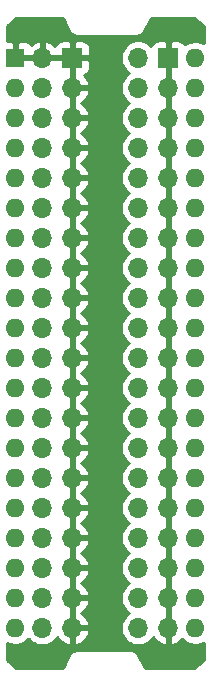
<source format=gbr>
G04 #@! TF.GenerationSoftware,KiCad,Pcbnew,(5.1.5-0-10_14)*
G04 #@! TF.CreationDate,2021-04-13T14:10:52+02:00*
G04 #@! TF.ProjectId,UUT_Cable_Header,5555545f-4361-4626-9c65-5f4865616465,rev?*
G04 #@! TF.SameCoordinates,Original*
G04 #@! TF.FileFunction,Copper,L1,Top*
G04 #@! TF.FilePolarity,Positive*
%FSLAX46Y46*%
G04 Gerber Fmt 4.6, Leading zero omitted, Abs format (unit mm)*
G04 Created by KiCad (PCBNEW (5.1.5-0-10_14)) date 2021-04-13 14:10:52*
%MOMM*%
%LPD*%
G04 APERTURE LIST*
%ADD10O,1.600000X1.600000*%
%ADD11R,1.600000X1.600000*%
%ADD12R,1.700000X1.700000*%
%ADD13O,1.700000X1.700000*%
%ADD14C,0.254000*%
G04 APERTURE END LIST*
D10*
X137287000Y-57912000D03*
X122047000Y-106172000D03*
X137287000Y-60452000D03*
X122047000Y-103632000D03*
X137287000Y-62992000D03*
X122047000Y-101092000D03*
X137287000Y-65532000D03*
X122047000Y-98552000D03*
X137287000Y-68072000D03*
X122047000Y-96012000D03*
X137287000Y-70612000D03*
X122047000Y-93472000D03*
X137287000Y-73152000D03*
X122047000Y-90932000D03*
X137287000Y-75692000D03*
X122047000Y-88392000D03*
X137287000Y-78232000D03*
X122047000Y-85852000D03*
X137287000Y-80772000D03*
X122047000Y-83312000D03*
X137287000Y-83312000D03*
X122047000Y-80772000D03*
X137287000Y-85852000D03*
X122047000Y-78232000D03*
X137287000Y-88392000D03*
X122047000Y-75692000D03*
X137287000Y-90932000D03*
X122047000Y-73152000D03*
X137287000Y-93472000D03*
X122047000Y-70612000D03*
X137287000Y-96012000D03*
X122047000Y-68072000D03*
X137287000Y-98552000D03*
X122047000Y-65532000D03*
X137287000Y-101092000D03*
X122047000Y-62992000D03*
X137287000Y-103632000D03*
X122047000Y-60452000D03*
X137287000Y-106172000D03*
D11*
X122047000Y-57912000D03*
D12*
X126873000Y-57912000D03*
D13*
X124333000Y-57912000D03*
X126873000Y-60452000D03*
X124333000Y-60452000D03*
X126873000Y-62992000D03*
X124333000Y-62992000D03*
X126873000Y-65532000D03*
X124333000Y-65532000D03*
X126873000Y-68072000D03*
X124333000Y-68072000D03*
X126873000Y-70612000D03*
X124333000Y-70612000D03*
X126873000Y-73152000D03*
X124333000Y-73152000D03*
X126873000Y-75692000D03*
X124333000Y-75692000D03*
X126873000Y-78232000D03*
X124333000Y-78232000D03*
X126873000Y-80772000D03*
X124333000Y-80772000D03*
X126873000Y-83312000D03*
X124333000Y-83312000D03*
X126873000Y-85852000D03*
X124333000Y-85852000D03*
X126873000Y-88392000D03*
X124333000Y-88392000D03*
X126873000Y-90932000D03*
X124333000Y-90932000D03*
X126873000Y-93472000D03*
X124333000Y-93472000D03*
X126873000Y-96012000D03*
X124333000Y-96012000D03*
X126873000Y-98552000D03*
X124333000Y-98552000D03*
X126873000Y-101092000D03*
X124333000Y-101092000D03*
X126873000Y-103632000D03*
X124333000Y-103632000D03*
X126873000Y-106172000D03*
X124333000Y-106172000D03*
X132461000Y-106172000D03*
X135001000Y-106172000D03*
X132461000Y-103632000D03*
X135001000Y-103632000D03*
X132461000Y-101092000D03*
X135001000Y-101092000D03*
X132461000Y-98552000D03*
X135001000Y-98552000D03*
X132461000Y-96012000D03*
X135001000Y-96012000D03*
X132461000Y-93472000D03*
X135001000Y-93472000D03*
X132461000Y-90932000D03*
X135001000Y-90932000D03*
X132461000Y-88392000D03*
X135001000Y-88392000D03*
X132461000Y-85852000D03*
X135001000Y-85852000D03*
X132461000Y-83312000D03*
X135001000Y-83312000D03*
X132461000Y-80772000D03*
X135001000Y-80772000D03*
X132461000Y-78232000D03*
X135001000Y-78232000D03*
X132461000Y-75692000D03*
X135001000Y-75692000D03*
X132461000Y-73152000D03*
X135001000Y-73152000D03*
X132461000Y-70612000D03*
X135001000Y-70612000D03*
X132461000Y-68072000D03*
X135001000Y-68072000D03*
X132461000Y-65532000D03*
X135001000Y-65532000D03*
X132461000Y-62992000D03*
X135001000Y-62992000D03*
X132461000Y-60452000D03*
X135001000Y-60452000D03*
X132461000Y-57912000D03*
D12*
X135001000Y-57912000D03*
D14*
G36*
X126638661Y-55617128D02*
G01*
X126641290Y-55625793D01*
X126667685Y-55675174D01*
X126678176Y-55696157D01*
X126682975Y-55703780D01*
X126702575Y-55740450D01*
X126717525Y-55758666D01*
X126730081Y-55778613D01*
X126758674Y-55808807D01*
X126785052Y-55840948D01*
X126803271Y-55855900D01*
X126819475Y-55873011D01*
X126853402Y-55897042D01*
X126885550Y-55923425D01*
X126906336Y-55934535D01*
X126925566Y-55948156D01*
X126963532Y-55965107D01*
X127000207Y-55984710D01*
X127022765Y-55991553D01*
X127044280Y-56001159D01*
X127084815Y-56010376D01*
X127124617Y-56022450D01*
X127148076Y-56024761D01*
X127171053Y-56029985D01*
X127212613Y-56031117D01*
X127221581Y-56032000D01*
X127245048Y-56032000D01*
X127301012Y-56033524D01*
X127309937Y-56032000D01*
X132278063Y-56032000D01*
X132286988Y-56033524D01*
X132342952Y-56032000D01*
X132366419Y-56032000D01*
X132375387Y-56031117D01*
X132416946Y-56029985D01*
X132439922Y-56024761D01*
X132463383Y-56022450D01*
X132503188Y-56010375D01*
X132543719Y-56001159D01*
X132565232Y-55991554D01*
X132587793Y-55984710D01*
X132624473Y-55965104D01*
X132662433Y-55948156D01*
X132681660Y-55934537D01*
X132702450Y-55923425D01*
X132734604Y-55897037D01*
X132768524Y-55873011D01*
X132784724Y-55855904D01*
X132802948Y-55840948D01*
X132829332Y-55808799D01*
X132857918Y-55778613D01*
X132870471Y-55758672D01*
X132885425Y-55740450D01*
X132905031Y-55703770D01*
X132909823Y-55696157D01*
X132920300Y-55675202D01*
X132946710Y-55625793D01*
X132949340Y-55617123D01*
X133503902Y-54508000D01*
X137182486Y-54508000D01*
X138024001Y-55181213D01*
X138024001Y-56678589D01*
X137966727Y-56640320D01*
X137705574Y-56532147D01*
X137428335Y-56477000D01*
X137145665Y-56477000D01*
X136868426Y-56532147D01*
X136607273Y-56640320D01*
X136414481Y-56769139D01*
X136381537Y-56707506D01*
X136302185Y-56610815D01*
X136205494Y-56531463D01*
X136095180Y-56472498D01*
X135975482Y-56436188D01*
X135851000Y-56423928D01*
X135286750Y-56427000D01*
X135128000Y-56585750D01*
X135128000Y-57785000D01*
X135148000Y-57785000D01*
X135148000Y-58039000D01*
X135128000Y-58039000D01*
X135128000Y-60325000D01*
X135148000Y-60325000D01*
X135148000Y-60579000D01*
X135128000Y-60579000D01*
X135128000Y-62865000D01*
X135148000Y-62865000D01*
X135148000Y-63119000D01*
X135128000Y-63119000D01*
X135128000Y-65405000D01*
X135148000Y-65405000D01*
X135148000Y-65659000D01*
X135128000Y-65659000D01*
X135128000Y-67945000D01*
X135148000Y-67945000D01*
X135148000Y-68199000D01*
X135128000Y-68199000D01*
X135128000Y-70485000D01*
X135148000Y-70485000D01*
X135148000Y-70739000D01*
X135128000Y-70739000D01*
X135128000Y-73025000D01*
X135148000Y-73025000D01*
X135148000Y-73279000D01*
X135128000Y-73279000D01*
X135128000Y-75565000D01*
X135148000Y-75565000D01*
X135148000Y-75819000D01*
X135128000Y-75819000D01*
X135128000Y-78105000D01*
X135148000Y-78105000D01*
X135148000Y-78359000D01*
X135128000Y-78359000D01*
X135128000Y-80645000D01*
X135148000Y-80645000D01*
X135148000Y-80899000D01*
X135128000Y-80899000D01*
X135128000Y-83185000D01*
X135148000Y-83185000D01*
X135148000Y-83439000D01*
X135128000Y-83439000D01*
X135128000Y-85725000D01*
X135148000Y-85725000D01*
X135148000Y-85979000D01*
X135128000Y-85979000D01*
X135128000Y-88265000D01*
X135148000Y-88265000D01*
X135148000Y-88519000D01*
X135128000Y-88519000D01*
X135128000Y-90805000D01*
X135148000Y-90805000D01*
X135148000Y-91059000D01*
X135128000Y-91059000D01*
X135128000Y-93345000D01*
X135148000Y-93345000D01*
X135148000Y-93599000D01*
X135128000Y-93599000D01*
X135128000Y-95885000D01*
X135148000Y-95885000D01*
X135148000Y-96139000D01*
X135128000Y-96139000D01*
X135128000Y-98425000D01*
X135148000Y-98425000D01*
X135148000Y-98679000D01*
X135128000Y-98679000D01*
X135128000Y-100965000D01*
X135148000Y-100965000D01*
X135148000Y-101219000D01*
X135128000Y-101219000D01*
X135128000Y-103505000D01*
X135148000Y-103505000D01*
X135148000Y-103759000D01*
X135128000Y-103759000D01*
X135128000Y-106045000D01*
X135148000Y-106045000D01*
X135148000Y-106299000D01*
X135128000Y-106299000D01*
X135128000Y-107492814D01*
X135357891Y-107613481D01*
X135632252Y-107516157D01*
X135882355Y-107367178D01*
X136098588Y-107172269D01*
X136167641Y-107079692D01*
X136172363Y-107086759D01*
X136372241Y-107286637D01*
X136607273Y-107443680D01*
X136868426Y-107551853D01*
X137145665Y-107607000D01*
X137428335Y-107607000D01*
X137705574Y-107551853D01*
X137966727Y-107443680D01*
X138024000Y-107405411D01*
X138024000Y-108902788D01*
X137182486Y-109576000D01*
X132995902Y-109576000D01*
X132441340Y-108466877D01*
X132438710Y-108458207D01*
X132412300Y-108408798D01*
X132401823Y-108387843D01*
X132397031Y-108380230D01*
X132377425Y-108343550D01*
X132362471Y-108325328D01*
X132349918Y-108305387D01*
X132321332Y-108275201D01*
X132294948Y-108243052D01*
X132276724Y-108228096D01*
X132260524Y-108210989D01*
X132226604Y-108186963D01*
X132194450Y-108160575D01*
X132173660Y-108149463D01*
X132154433Y-108135844D01*
X132116473Y-108118896D01*
X132079793Y-108099290D01*
X132057232Y-108092446D01*
X132035719Y-108082841D01*
X131995188Y-108073625D01*
X131955383Y-108061550D01*
X131931922Y-108059239D01*
X131908946Y-108054015D01*
X131867387Y-108052883D01*
X131858419Y-108052000D01*
X131834952Y-108052000D01*
X131778988Y-108050476D01*
X131770063Y-108052000D01*
X127309937Y-108052000D01*
X127301012Y-108050476D01*
X127245048Y-108052000D01*
X127221581Y-108052000D01*
X127212613Y-108052883D01*
X127171053Y-108054015D01*
X127148076Y-108059239D01*
X127124617Y-108061550D01*
X127084815Y-108073624D01*
X127044280Y-108082841D01*
X127022765Y-108092447D01*
X127000207Y-108099290D01*
X126963532Y-108118893D01*
X126925566Y-108135844D01*
X126906336Y-108149465D01*
X126885550Y-108160575D01*
X126853402Y-108186958D01*
X126819475Y-108210989D01*
X126803271Y-108228100D01*
X126785052Y-108243052D01*
X126758674Y-108275193D01*
X126730081Y-108305387D01*
X126717525Y-108325334D01*
X126702575Y-108343550D01*
X126682975Y-108380220D01*
X126678176Y-108387843D01*
X126667685Y-108408826D01*
X126641290Y-108458207D01*
X126638661Y-108466872D01*
X126084098Y-109576000D01*
X122151516Y-109576000D01*
X121310000Y-108902788D01*
X121310000Y-107405411D01*
X121367273Y-107443680D01*
X121628426Y-107551853D01*
X121905665Y-107607000D01*
X122188335Y-107607000D01*
X122465574Y-107551853D01*
X122726727Y-107443680D01*
X122961759Y-107286637D01*
X123159594Y-107088802D01*
X123179525Y-107118632D01*
X123386368Y-107325475D01*
X123629589Y-107487990D01*
X123899842Y-107599932D01*
X124186740Y-107657000D01*
X124479260Y-107657000D01*
X124766158Y-107599932D01*
X125036411Y-107487990D01*
X125279632Y-107325475D01*
X125486475Y-107118632D01*
X125604100Y-106942594D01*
X125775412Y-107172269D01*
X125991645Y-107367178D01*
X126241748Y-107516157D01*
X126516109Y-107613481D01*
X126746000Y-107492814D01*
X126746000Y-106299000D01*
X127000000Y-106299000D01*
X127000000Y-107492814D01*
X127229891Y-107613481D01*
X127504252Y-107516157D01*
X127754355Y-107367178D01*
X127970588Y-107172269D01*
X128144641Y-106938920D01*
X128269825Y-106676099D01*
X128314476Y-106528890D01*
X128193155Y-106299000D01*
X127000000Y-106299000D01*
X126746000Y-106299000D01*
X126726000Y-106299000D01*
X126726000Y-106045000D01*
X126746000Y-106045000D01*
X126746000Y-103759000D01*
X127000000Y-103759000D01*
X127000000Y-106045000D01*
X128193155Y-106045000D01*
X128314476Y-105815110D01*
X128269825Y-105667901D01*
X128144641Y-105405080D01*
X127970588Y-105171731D01*
X127754355Y-104976822D01*
X127628745Y-104902000D01*
X127754355Y-104827178D01*
X127970588Y-104632269D01*
X128144641Y-104398920D01*
X128269825Y-104136099D01*
X128314476Y-103988890D01*
X128193155Y-103759000D01*
X127000000Y-103759000D01*
X126746000Y-103759000D01*
X126726000Y-103759000D01*
X126726000Y-103505000D01*
X126746000Y-103505000D01*
X126746000Y-101219000D01*
X127000000Y-101219000D01*
X127000000Y-103505000D01*
X128193155Y-103505000D01*
X128314476Y-103275110D01*
X128269825Y-103127901D01*
X128144641Y-102865080D01*
X127970588Y-102631731D01*
X127754355Y-102436822D01*
X127628745Y-102362000D01*
X127754355Y-102287178D01*
X127970588Y-102092269D01*
X128144641Y-101858920D01*
X128269825Y-101596099D01*
X128314476Y-101448890D01*
X128193155Y-101219000D01*
X127000000Y-101219000D01*
X126746000Y-101219000D01*
X126726000Y-101219000D01*
X126726000Y-100965000D01*
X126746000Y-100965000D01*
X126746000Y-98679000D01*
X127000000Y-98679000D01*
X127000000Y-100965000D01*
X128193155Y-100965000D01*
X128314476Y-100735110D01*
X128269825Y-100587901D01*
X128144641Y-100325080D01*
X127970588Y-100091731D01*
X127754355Y-99896822D01*
X127628745Y-99822000D01*
X127754355Y-99747178D01*
X127970588Y-99552269D01*
X128144641Y-99318920D01*
X128269825Y-99056099D01*
X128314476Y-98908890D01*
X128193155Y-98679000D01*
X127000000Y-98679000D01*
X126746000Y-98679000D01*
X126726000Y-98679000D01*
X126726000Y-98425000D01*
X126746000Y-98425000D01*
X126746000Y-96139000D01*
X127000000Y-96139000D01*
X127000000Y-98425000D01*
X128193155Y-98425000D01*
X128314476Y-98195110D01*
X128269825Y-98047901D01*
X128144641Y-97785080D01*
X127970588Y-97551731D01*
X127754355Y-97356822D01*
X127628745Y-97282000D01*
X127754355Y-97207178D01*
X127970588Y-97012269D01*
X128144641Y-96778920D01*
X128269825Y-96516099D01*
X128314476Y-96368890D01*
X128193155Y-96139000D01*
X127000000Y-96139000D01*
X126746000Y-96139000D01*
X126726000Y-96139000D01*
X126726000Y-95885000D01*
X126746000Y-95885000D01*
X126746000Y-93599000D01*
X127000000Y-93599000D01*
X127000000Y-95885000D01*
X128193155Y-95885000D01*
X128314476Y-95655110D01*
X128269825Y-95507901D01*
X128144641Y-95245080D01*
X127970588Y-95011731D01*
X127754355Y-94816822D01*
X127628745Y-94742000D01*
X127754355Y-94667178D01*
X127970588Y-94472269D01*
X128144641Y-94238920D01*
X128269825Y-93976099D01*
X128314476Y-93828890D01*
X128193155Y-93599000D01*
X127000000Y-93599000D01*
X126746000Y-93599000D01*
X126726000Y-93599000D01*
X126726000Y-93345000D01*
X126746000Y-93345000D01*
X126746000Y-91059000D01*
X127000000Y-91059000D01*
X127000000Y-93345000D01*
X128193155Y-93345000D01*
X128314476Y-93115110D01*
X128269825Y-92967901D01*
X128144641Y-92705080D01*
X127970588Y-92471731D01*
X127754355Y-92276822D01*
X127628745Y-92202000D01*
X127754355Y-92127178D01*
X127970588Y-91932269D01*
X128144641Y-91698920D01*
X128269825Y-91436099D01*
X128314476Y-91288890D01*
X128193155Y-91059000D01*
X127000000Y-91059000D01*
X126746000Y-91059000D01*
X126726000Y-91059000D01*
X126726000Y-90805000D01*
X126746000Y-90805000D01*
X126746000Y-88519000D01*
X127000000Y-88519000D01*
X127000000Y-90805000D01*
X128193155Y-90805000D01*
X128314476Y-90575110D01*
X128269825Y-90427901D01*
X128144641Y-90165080D01*
X127970588Y-89931731D01*
X127754355Y-89736822D01*
X127628745Y-89662000D01*
X127754355Y-89587178D01*
X127970588Y-89392269D01*
X128144641Y-89158920D01*
X128269825Y-88896099D01*
X128314476Y-88748890D01*
X128193155Y-88519000D01*
X127000000Y-88519000D01*
X126746000Y-88519000D01*
X126726000Y-88519000D01*
X126726000Y-88265000D01*
X126746000Y-88265000D01*
X126746000Y-85979000D01*
X127000000Y-85979000D01*
X127000000Y-88265000D01*
X128193155Y-88265000D01*
X128314476Y-88035110D01*
X128269825Y-87887901D01*
X128144641Y-87625080D01*
X127970588Y-87391731D01*
X127754355Y-87196822D01*
X127628745Y-87122000D01*
X127754355Y-87047178D01*
X127970588Y-86852269D01*
X128144641Y-86618920D01*
X128269825Y-86356099D01*
X128314476Y-86208890D01*
X128193155Y-85979000D01*
X127000000Y-85979000D01*
X126746000Y-85979000D01*
X126726000Y-85979000D01*
X126726000Y-85725000D01*
X126746000Y-85725000D01*
X126746000Y-83439000D01*
X127000000Y-83439000D01*
X127000000Y-85725000D01*
X128193155Y-85725000D01*
X128314476Y-85495110D01*
X128269825Y-85347901D01*
X128144641Y-85085080D01*
X127970588Y-84851731D01*
X127754355Y-84656822D01*
X127628745Y-84582000D01*
X127754355Y-84507178D01*
X127970588Y-84312269D01*
X128144641Y-84078920D01*
X128269825Y-83816099D01*
X128314476Y-83668890D01*
X128193155Y-83439000D01*
X127000000Y-83439000D01*
X126746000Y-83439000D01*
X126726000Y-83439000D01*
X126726000Y-83185000D01*
X126746000Y-83185000D01*
X126746000Y-80899000D01*
X127000000Y-80899000D01*
X127000000Y-83185000D01*
X128193155Y-83185000D01*
X128314476Y-82955110D01*
X128269825Y-82807901D01*
X128144641Y-82545080D01*
X127970588Y-82311731D01*
X127754355Y-82116822D01*
X127628745Y-82042000D01*
X127754355Y-81967178D01*
X127970588Y-81772269D01*
X128144641Y-81538920D01*
X128269825Y-81276099D01*
X128314476Y-81128890D01*
X128193155Y-80899000D01*
X127000000Y-80899000D01*
X126746000Y-80899000D01*
X126726000Y-80899000D01*
X126726000Y-80645000D01*
X126746000Y-80645000D01*
X126746000Y-78359000D01*
X127000000Y-78359000D01*
X127000000Y-80645000D01*
X128193155Y-80645000D01*
X128314476Y-80415110D01*
X128269825Y-80267901D01*
X128144641Y-80005080D01*
X127970588Y-79771731D01*
X127754355Y-79576822D01*
X127628745Y-79502000D01*
X127754355Y-79427178D01*
X127970588Y-79232269D01*
X128144641Y-78998920D01*
X128269825Y-78736099D01*
X128314476Y-78588890D01*
X128193155Y-78359000D01*
X127000000Y-78359000D01*
X126746000Y-78359000D01*
X126726000Y-78359000D01*
X126726000Y-78105000D01*
X126746000Y-78105000D01*
X126746000Y-75819000D01*
X127000000Y-75819000D01*
X127000000Y-78105000D01*
X128193155Y-78105000D01*
X128314476Y-77875110D01*
X128269825Y-77727901D01*
X128144641Y-77465080D01*
X127970588Y-77231731D01*
X127754355Y-77036822D01*
X127628745Y-76962000D01*
X127754355Y-76887178D01*
X127970588Y-76692269D01*
X128144641Y-76458920D01*
X128269825Y-76196099D01*
X128314476Y-76048890D01*
X128193155Y-75819000D01*
X127000000Y-75819000D01*
X126746000Y-75819000D01*
X126726000Y-75819000D01*
X126726000Y-75565000D01*
X126746000Y-75565000D01*
X126746000Y-73279000D01*
X127000000Y-73279000D01*
X127000000Y-75565000D01*
X128193155Y-75565000D01*
X128314476Y-75335110D01*
X128269825Y-75187901D01*
X128144641Y-74925080D01*
X127970588Y-74691731D01*
X127754355Y-74496822D01*
X127628745Y-74422000D01*
X127754355Y-74347178D01*
X127970588Y-74152269D01*
X128144641Y-73918920D01*
X128269825Y-73656099D01*
X128314476Y-73508890D01*
X128193155Y-73279000D01*
X127000000Y-73279000D01*
X126746000Y-73279000D01*
X126726000Y-73279000D01*
X126726000Y-73025000D01*
X126746000Y-73025000D01*
X126746000Y-70739000D01*
X127000000Y-70739000D01*
X127000000Y-73025000D01*
X128193155Y-73025000D01*
X128314476Y-72795110D01*
X128269825Y-72647901D01*
X128144641Y-72385080D01*
X127970588Y-72151731D01*
X127754355Y-71956822D01*
X127628745Y-71882000D01*
X127754355Y-71807178D01*
X127970588Y-71612269D01*
X128144641Y-71378920D01*
X128269825Y-71116099D01*
X128314476Y-70968890D01*
X128193155Y-70739000D01*
X127000000Y-70739000D01*
X126746000Y-70739000D01*
X126726000Y-70739000D01*
X126726000Y-70485000D01*
X126746000Y-70485000D01*
X126746000Y-68199000D01*
X127000000Y-68199000D01*
X127000000Y-70485000D01*
X128193155Y-70485000D01*
X128314476Y-70255110D01*
X128269825Y-70107901D01*
X128144641Y-69845080D01*
X127970588Y-69611731D01*
X127754355Y-69416822D01*
X127628745Y-69342000D01*
X127754355Y-69267178D01*
X127970588Y-69072269D01*
X128144641Y-68838920D01*
X128269825Y-68576099D01*
X128314476Y-68428890D01*
X128193155Y-68199000D01*
X127000000Y-68199000D01*
X126746000Y-68199000D01*
X126726000Y-68199000D01*
X126726000Y-67945000D01*
X126746000Y-67945000D01*
X126746000Y-65659000D01*
X127000000Y-65659000D01*
X127000000Y-67945000D01*
X128193155Y-67945000D01*
X128314476Y-67715110D01*
X128269825Y-67567901D01*
X128144641Y-67305080D01*
X127970588Y-67071731D01*
X127754355Y-66876822D01*
X127628745Y-66802000D01*
X127754355Y-66727178D01*
X127970588Y-66532269D01*
X128144641Y-66298920D01*
X128269825Y-66036099D01*
X128314476Y-65888890D01*
X128193155Y-65659000D01*
X127000000Y-65659000D01*
X126746000Y-65659000D01*
X126726000Y-65659000D01*
X126726000Y-65405000D01*
X126746000Y-65405000D01*
X126746000Y-63119000D01*
X127000000Y-63119000D01*
X127000000Y-65405000D01*
X128193155Y-65405000D01*
X128314476Y-65175110D01*
X128269825Y-65027901D01*
X128144641Y-64765080D01*
X127970588Y-64531731D01*
X127754355Y-64336822D01*
X127628745Y-64262000D01*
X127754355Y-64187178D01*
X127970588Y-63992269D01*
X128144641Y-63758920D01*
X128269825Y-63496099D01*
X128314476Y-63348890D01*
X128193155Y-63119000D01*
X127000000Y-63119000D01*
X126746000Y-63119000D01*
X126726000Y-63119000D01*
X126726000Y-62865000D01*
X126746000Y-62865000D01*
X126746000Y-60579000D01*
X127000000Y-60579000D01*
X127000000Y-62865000D01*
X128193155Y-62865000D01*
X128314476Y-62635110D01*
X128269825Y-62487901D01*
X128144641Y-62225080D01*
X127970588Y-61991731D01*
X127754355Y-61796822D01*
X127628745Y-61722000D01*
X127754355Y-61647178D01*
X127970588Y-61452269D01*
X128144641Y-61218920D01*
X128269825Y-60956099D01*
X128314476Y-60808890D01*
X128193155Y-60579000D01*
X127000000Y-60579000D01*
X126746000Y-60579000D01*
X126726000Y-60579000D01*
X126726000Y-60325000D01*
X126746000Y-60325000D01*
X126746000Y-58039000D01*
X127000000Y-58039000D01*
X127000000Y-60325000D01*
X128193155Y-60325000D01*
X128314476Y-60095110D01*
X128269825Y-59947901D01*
X128144641Y-59685080D01*
X127970588Y-59451731D01*
X127886534Y-59375966D01*
X127967180Y-59351502D01*
X128077494Y-59292537D01*
X128174185Y-59213185D01*
X128253537Y-59116494D01*
X128312502Y-59006180D01*
X128348812Y-58886482D01*
X128361072Y-58762000D01*
X128358000Y-58197750D01*
X128199250Y-58039000D01*
X127000000Y-58039000D01*
X126746000Y-58039000D01*
X124460000Y-58039000D01*
X124460000Y-58059000D01*
X124206000Y-58059000D01*
X124206000Y-58039000D01*
X122174000Y-58039000D01*
X122174000Y-58059000D01*
X121920000Y-58059000D01*
X121920000Y-58039000D01*
X121900000Y-58039000D01*
X121900000Y-57785000D01*
X121920000Y-57785000D01*
X121920000Y-56635750D01*
X122174000Y-56635750D01*
X122174000Y-57785000D01*
X124206000Y-57785000D01*
X124206000Y-56591186D01*
X124460000Y-56591186D01*
X124460000Y-57785000D01*
X126746000Y-57785000D01*
X126746000Y-56585750D01*
X127000000Y-56585750D01*
X127000000Y-57785000D01*
X128199250Y-57785000D01*
X128218510Y-57765740D01*
X130976000Y-57765740D01*
X130976000Y-58058260D01*
X131033068Y-58345158D01*
X131145010Y-58615411D01*
X131307525Y-58858632D01*
X131514368Y-59065475D01*
X131688760Y-59182000D01*
X131514368Y-59298525D01*
X131307525Y-59505368D01*
X131145010Y-59748589D01*
X131033068Y-60018842D01*
X130976000Y-60305740D01*
X130976000Y-60598260D01*
X131033068Y-60885158D01*
X131145010Y-61155411D01*
X131307525Y-61398632D01*
X131514368Y-61605475D01*
X131688760Y-61722000D01*
X131514368Y-61838525D01*
X131307525Y-62045368D01*
X131145010Y-62288589D01*
X131033068Y-62558842D01*
X130976000Y-62845740D01*
X130976000Y-63138260D01*
X131033068Y-63425158D01*
X131145010Y-63695411D01*
X131307525Y-63938632D01*
X131514368Y-64145475D01*
X131688760Y-64262000D01*
X131514368Y-64378525D01*
X131307525Y-64585368D01*
X131145010Y-64828589D01*
X131033068Y-65098842D01*
X130976000Y-65385740D01*
X130976000Y-65678260D01*
X131033068Y-65965158D01*
X131145010Y-66235411D01*
X131307525Y-66478632D01*
X131514368Y-66685475D01*
X131688760Y-66802000D01*
X131514368Y-66918525D01*
X131307525Y-67125368D01*
X131145010Y-67368589D01*
X131033068Y-67638842D01*
X130976000Y-67925740D01*
X130976000Y-68218260D01*
X131033068Y-68505158D01*
X131145010Y-68775411D01*
X131307525Y-69018632D01*
X131514368Y-69225475D01*
X131688760Y-69342000D01*
X131514368Y-69458525D01*
X131307525Y-69665368D01*
X131145010Y-69908589D01*
X131033068Y-70178842D01*
X130976000Y-70465740D01*
X130976000Y-70758260D01*
X131033068Y-71045158D01*
X131145010Y-71315411D01*
X131307525Y-71558632D01*
X131514368Y-71765475D01*
X131688760Y-71882000D01*
X131514368Y-71998525D01*
X131307525Y-72205368D01*
X131145010Y-72448589D01*
X131033068Y-72718842D01*
X130976000Y-73005740D01*
X130976000Y-73298260D01*
X131033068Y-73585158D01*
X131145010Y-73855411D01*
X131307525Y-74098632D01*
X131514368Y-74305475D01*
X131688760Y-74422000D01*
X131514368Y-74538525D01*
X131307525Y-74745368D01*
X131145010Y-74988589D01*
X131033068Y-75258842D01*
X130976000Y-75545740D01*
X130976000Y-75838260D01*
X131033068Y-76125158D01*
X131145010Y-76395411D01*
X131307525Y-76638632D01*
X131514368Y-76845475D01*
X131688760Y-76962000D01*
X131514368Y-77078525D01*
X131307525Y-77285368D01*
X131145010Y-77528589D01*
X131033068Y-77798842D01*
X130976000Y-78085740D01*
X130976000Y-78378260D01*
X131033068Y-78665158D01*
X131145010Y-78935411D01*
X131307525Y-79178632D01*
X131514368Y-79385475D01*
X131688760Y-79502000D01*
X131514368Y-79618525D01*
X131307525Y-79825368D01*
X131145010Y-80068589D01*
X131033068Y-80338842D01*
X130976000Y-80625740D01*
X130976000Y-80918260D01*
X131033068Y-81205158D01*
X131145010Y-81475411D01*
X131307525Y-81718632D01*
X131514368Y-81925475D01*
X131688760Y-82042000D01*
X131514368Y-82158525D01*
X131307525Y-82365368D01*
X131145010Y-82608589D01*
X131033068Y-82878842D01*
X130976000Y-83165740D01*
X130976000Y-83458260D01*
X131033068Y-83745158D01*
X131145010Y-84015411D01*
X131307525Y-84258632D01*
X131514368Y-84465475D01*
X131688760Y-84582000D01*
X131514368Y-84698525D01*
X131307525Y-84905368D01*
X131145010Y-85148589D01*
X131033068Y-85418842D01*
X130976000Y-85705740D01*
X130976000Y-85998260D01*
X131033068Y-86285158D01*
X131145010Y-86555411D01*
X131307525Y-86798632D01*
X131514368Y-87005475D01*
X131688760Y-87122000D01*
X131514368Y-87238525D01*
X131307525Y-87445368D01*
X131145010Y-87688589D01*
X131033068Y-87958842D01*
X130976000Y-88245740D01*
X130976000Y-88538260D01*
X131033068Y-88825158D01*
X131145010Y-89095411D01*
X131307525Y-89338632D01*
X131514368Y-89545475D01*
X131688760Y-89662000D01*
X131514368Y-89778525D01*
X131307525Y-89985368D01*
X131145010Y-90228589D01*
X131033068Y-90498842D01*
X130976000Y-90785740D01*
X130976000Y-91078260D01*
X131033068Y-91365158D01*
X131145010Y-91635411D01*
X131307525Y-91878632D01*
X131514368Y-92085475D01*
X131688760Y-92202000D01*
X131514368Y-92318525D01*
X131307525Y-92525368D01*
X131145010Y-92768589D01*
X131033068Y-93038842D01*
X130976000Y-93325740D01*
X130976000Y-93618260D01*
X131033068Y-93905158D01*
X131145010Y-94175411D01*
X131307525Y-94418632D01*
X131514368Y-94625475D01*
X131688760Y-94742000D01*
X131514368Y-94858525D01*
X131307525Y-95065368D01*
X131145010Y-95308589D01*
X131033068Y-95578842D01*
X130976000Y-95865740D01*
X130976000Y-96158260D01*
X131033068Y-96445158D01*
X131145010Y-96715411D01*
X131307525Y-96958632D01*
X131514368Y-97165475D01*
X131688760Y-97282000D01*
X131514368Y-97398525D01*
X131307525Y-97605368D01*
X131145010Y-97848589D01*
X131033068Y-98118842D01*
X130976000Y-98405740D01*
X130976000Y-98698260D01*
X131033068Y-98985158D01*
X131145010Y-99255411D01*
X131307525Y-99498632D01*
X131514368Y-99705475D01*
X131688760Y-99822000D01*
X131514368Y-99938525D01*
X131307525Y-100145368D01*
X131145010Y-100388589D01*
X131033068Y-100658842D01*
X130976000Y-100945740D01*
X130976000Y-101238260D01*
X131033068Y-101525158D01*
X131145010Y-101795411D01*
X131307525Y-102038632D01*
X131514368Y-102245475D01*
X131688760Y-102362000D01*
X131514368Y-102478525D01*
X131307525Y-102685368D01*
X131145010Y-102928589D01*
X131033068Y-103198842D01*
X130976000Y-103485740D01*
X130976000Y-103778260D01*
X131033068Y-104065158D01*
X131145010Y-104335411D01*
X131307525Y-104578632D01*
X131514368Y-104785475D01*
X131688760Y-104902000D01*
X131514368Y-105018525D01*
X131307525Y-105225368D01*
X131145010Y-105468589D01*
X131033068Y-105738842D01*
X130976000Y-106025740D01*
X130976000Y-106318260D01*
X131033068Y-106605158D01*
X131145010Y-106875411D01*
X131307525Y-107118632D01*
X131514368Y-107325475D01*
X131757589Y-107487990D01*
X132027842Y-107599932D01*
X132314740Y-107657000D01*
X132607260Y-107657000D01*
X132894158Y-107599932D01*
X133164411Y-107487990D01*
X133407632Y-107325475D01*
X133614475Y-107118632D01*
X133732100Y-106942594D01*
X133903412Y-107172269D01*
X134119645Y-107367178D01*
X134369748Y-107516157D01*
X134644109Y-107613481D01*
X134874000Y-107492814D01*
X134874000Y-106299000D01*
X134854000Y-106299000D01*
X134854000Y-106045000D01*
X134874000Y-106045000D01*
X134874000Y-103759000D01*
X134854000Y-103759000D01*
X134854000Y-103505000D01*
X134874000Y-103505000D01*
X134874000Y-101219000D01*
X134854000Y-101219000D01*
X134854000Y-100965000D01*
X134874000Y-100965000D01*
X134874000Y-98679000D01*
X134854000Y-98679000D01*
X134854000Y-98425000D01*
X134874000Y-98425000D01*
X134874000Y-96139000D01*
X134854000Y-96139000D01*
X134854000Y-95885000D01*
X134874000Y-95885000D01*
X134874000Y-93599000D01*
X134854000Y-93599000D01*
X134854000Y-93345000D01*
X134874000Y-93345000D01*
X134874000Y-91059000D01*
X134854000Y-91059000D01*
X134854000Y-90805000D01*
X134874000Y-90805000D01*
X134874000Y-88519000D01*
X134854000Y-88519000D01*
X134854000Y-88265000D01*
X134874000Y-88265000D01*
X134874000Y-85979000D01*
X134854000Y-85979000D01*
X134854000Y-85725000D01*
X134874000Y-85725000D01*
X134874000Y-83439000D01*
X134854000Y-83439000D01*
X134854000Y-83185000D01*
X134874000Y-83185000D01*
X134874000Y-80899000D01*
X134854000Y-80899000D01*
X134854000Y-80645000D01*
X134874000Y-80645000D01*
X134874000Y-78359000D01*
X134854000Y-78359000D01*
X134854000Y-78105000D01*
X134874000Y-78105000D01*
X134874000Y-75819000D01*
X134854000Y-75819000D01*
X134854000Y-75565000D01*
X134874000Y-75565000D01*
X134874000Y-73279000D01*
X134854000Y-73279000D01*
X134854000Y-73025000D01*
X134874000Y-73025000D01*
X134874000Y-70739000D01*
X134854000Y-70739000D01*
X134854000Y-70485000D01*
X134874000Y-70485000D01*
X134874000Y-68199000D01*
X134854000Y-68199000D01*
X134854000Y-67945000D01*
X134874000Y-67945000D01*
X134874000Y-65659000D01*
X134854000Y-65659000D01*
X134854000Y-65405000D01*
X134874000Y-65405000D01*
X134874000Y-63119000D01*
X134854000Y-63119000D01*
X134854000Y-62865000D01*
X134874000Y-62865000D01*
X134874000Y-60579000D01*
X134854000Y-60579000D01*
X134854000Y-60325000D01*
X134874000Y-60325000D01*
X134874000Y-58039000D01*
X134854000Y-58039000D01*
X134854000Y-57785000D01*
X134874000Y-57785000D01*
X134874000Y-56585750D01*
X134715250Y-56427000D01*
X134151000Y-56423928D01*
X134026518Y-56436188D01*
X133906820Y-56472498D01*
X133796506Y-56531463D01*
X133699815Y-56610815D01*
X133620463Y-56707506D01*
X133561498Y-56817820D01*
X133539487Y-56890380D01*
X133407632Y-56758525D01*
X133164411Y-56596010D01*
X132894158Y-56484068D01*
X132607260Y-56427000D01*
X132314740Y-56427000D01*
X132027842Y-56484068D01*
X131757589Y-56596010D01*
X131514368Y-56758525D01*
X131307525Y-56965368D01*
X131145010Y-57208589D01*
X131033068Y-57478842D01*
X130976000Y-57765740D01*
X128218510Y-57765740D01*
X128358000Y-57626250D01*
X128361072Y-57062000D01*
X128348812Y-56937518D01*
X128312502Y-56817820D01*
X128253537Y-56707506D01*
X128174185Y-56610815D01*
X128077494Y-56531463D01*
X127967180Y-56472498D01*
X127847482Y-56436188D01*
X127723000Y-56423928D01*
X127158750Y-56427000D01*
X127000000Y-56585750D01*
X126746000Y-56585750D01*
X126587250Y-56427000D01*
X126023000Y-56423928D01*
X125898518Y-56436188D01*
X125778820Y-56472498D01*
X125668506Y-56531463D01*
X125571815Y-56610815D01*
X125492463Y-56707506D01*
X125433498Y-56817820D01*
X125410502Y-56893626D01*
X125214355Y-56716822D01*
X124964252Y-56567843D01*
X124689891Y-56470519D01*
X124460000Y-56591186D01*
X124206000Y-56591186D01*
X123976109Y-56470519D01*
X123701748Y-56567843D01*
X123451645Y-56716822D01*
X123386958Y-56775130D01*
X123377537Y-56757506D01*
X123298185Y-56660815D01*
X123201494Y-56581463D01*
X123091180Y-56522498D01*
X122971482Y-56486188D01*
X122847000Y-56473928D01*
X122332750Y-56477000D01*
X122174000Y-56635750D01*
X121920000Y-56635750D01*
X121761250Y-56477000D01*
X121310000Y-56474304D01*
X121310000Y-55181212D01*
X122151516Y-54508000D01*
X126084098Y-54508000D01*
X126638661Y-55617128D01*
G37*
X126638661Y-55617128D02*
X126641290Y-55625793D01*
X126667685Y-55675174D01*
X126678176Y-55696157D01*
X126682975Y-55703780D01*
X126702575Y-55740450D01*
X126717525Y-55758666D01*
X126730081Y-55778613D01*
X126758674Y-55808807D01*
X126785052Y-55840948D01*
X126803271Y-55855900D01*
X126819475Y-55873011D01*
X126853402Y-55897042D01*
X126885550Y-55923425D01*
X126906336Y-55934535D01*
X126925566Y-55948156D01*
X126963532Y-55965107D01*
X127000207Y-55984710D01*
X127022765Y-55991553D01*
X127044280Y-56001159D01*
X127084815Y-56010376D01*
X127124617Y-56022450D01*
X127148076Y-56024761D01*
X127171053Y-56029985D01*
X127212613Y-56031117D01*
X127221581Y-56032000D01*
X127245048Y-56032000D01*
X127301012Y-56033524D01*
X127309937Y-56032000D01*
X132278063Y-56032000D01*
X132286988Y-56033524D01*
X132342952Y-56032000D01*
X132366419Y-56032000D01*
X132375387Y-56031117D01*
X132416946Y-56029985D01*
X132439922Y-56024761D01*
X132463383Y-56022450D01*
X132503188Y-56010375D01*
X132543719Y-56001159D01*
X132565232Y-55991554D01*
X132587793Y-55984710D01*
X132624473Y-55965104D01*
X132662433Y-55948156D01*
X132681660Y-55934537D01*
X132702450Y-55923425D01*
X132734604Y-55897037D01*
X132768524Y-55873011D01*
X132784724Y-55855904D01*
X132802948Y-55840948D01*
X132829332Y-55808799D01*
X132857918Y-55778613D01*
X132870471Y-55758672D01*
X132885425Y-55740450D01*
X132905031Y-55703770D01*
X132909823Y-55696157D01*
X132920300Y-55675202D01*
X132946710Y-55625793D01*
X132949340Y-55617123D01*
X133503902Y-54508000D01*
X137182486Y-54508000D01*
X138024001Y-55181213D01*
X138024001Y-56678589D01*
X137966727Y-56640320D01*
X137705574Y-56532147D01*
X137428335Y-56477000D01*
X137145665Y-56477000D01*
X136868426Y-56532147D01*
X136607273Y-56640320D01*
X136414481Y-56769139D01*
X136381537Y-56707506D01*
X136302185Y-56610815D01*
X136205494Y-56531463D01*
X136095180Y-56472498D01*
X135975482Y-56436188D01*
X135851000Y-56423928D01*
X135286750Y-56427000D01*
X135128000Y-56585750D01*
X135128000Y-57785000D01*
X135148000Y-57785000D01*
X135148000Y-58039000D01*
X135128000Y-58039000D01*
X135128000Y-60325000D01*
X135148000Y-60325000D01*
X135148000Y-60579000D01*
X135128000Y-60579000D01*
X135128000Y-62865000D01*
X135148000Y-62865000D01*
X135148000Y-63119000D01*
X135128000Y-63119000D01*
X135128000Y-65405000D01*
X135148000Y-65405000D01*
X135148000Y-65659000D01*
X135128000Y-65659000D01*
X135128000Y-67945000D01*
X135148000Y-67945000D01*
X135148000Y-68199000D01*
X135128000Y-68199000D01*
X135128000Y-70485000D01*
X135148000Y-70485000D01*
X135148000Y-70739000D01*
X135128000Y-70739000D01*
X135128000Y-73025000D01*
X135148000Y-73025000D01*
X135148000Y-73279000D01*
X135128000Y-73279000D01*
X135128000Y-75565000D01*
X135148000Y-75565000D01*
X135148000Y-75819000D01*
X135128000Y-75819000D01*
X135128000Y-78105000D01*
X135148000Y-78105000D01*
X135148000Y-78359000D01*
X135128000Y-78359000D01*
X135128000Y-80645000D01*
X135148000Y-80645000D01*
X135148000Y-80899000D01*
X135128000Y-80899000D01*
X135128000Y-83185000D01*
X135148000Y-83185000D01*
X135148000Y-83439000D01*
X135128000Y-83439000D01*
X135128000Y-85725000D01*
X135148000Y-85725000D01*
X135148000Y-85979000D01*
X135128000Y-85979000D01*
X135128000Y-88265000D01*
X135148000Y-88265000D01*
X135148000Y-88519000D01*
X135128000Y-88519000D01*
X135128000Y-90805000D01*
X135148000Y-90805000D01*
X135148000Y-91059000D01*
X135128000Y-91059000D01*
X135128000Y-93345000D01*
X135148000Y-93345000D01*
X135148000Y-93599000D01*
X135128000Y-93599000D01*
X135128000Y-95885000D01*
X135148000Y-95885000D01*
X135148000Y-96139000D01*
X135128000Y-96139000D01*
X135128000Y-98425000D01*
X135148000Y-98425000D01*
X135148000Y-98679000D01*
X135128000Y-98679000D01*
X135128000Y-100965000D01*
X135148000Y-100965000D01*
X135148000Y-101219000D01*
X135128000Y-101219000D01*
X135128000Y-103505000D01*
X135148000Y-103505000D01*
X135148000Y-103759000D01*
X135128000Y-103759000D01*
X135128000Y-106045000D01*
X135148000Y-106045000D01*
X135148000Y-106299000D01*
X135128000Y-106299000D01*
X135128000Y-107492814D01*
X135357891Y-107613481D01*
X135632252Y-107516157D01*
X135882355Y-107367178D01*
X136098588Y-107172269D01*
X136167641Y-107079692D01*
X136172363Y-107086759D01*
X136372241Y-107286637D01*
X136607273Y-107443680D01*
X136868426Y-107551853D01*
X137145665Y-107607000D01*
X137428335Y-107607000D01*
X137705574Y-107551853D01*
X137966727Y-107443680D01*
X138024000Y-107405411D01*
X138024000Y-108902788D01*
X137182486Y-109576000D01*
X132995902Y-109576000D01*
X132441340Y-108466877D01*
X132438710Y-108458207D01*
X132412300Y-108408798D01*
X132401823Y-108387843D01*
X132397031Y-108380230D01*
X132377425Y-108343550D01*
X132362471Y-108325328D01*
X132349918Y-108305387D01*
X132321332Y-108275201D01*
X132294948Y-108243052D01*
X132276724Y-108228096D01*
X132260524Y-108210989D01*
X132226604Y-108186963D01*
X132194450Y-108160575D01*
X132173660Y-108149463D01*
X132154433Y-108135844D01*
X132116473Y-108118896D01*
X132079793Y-108099290D01*
X132057232Y-108092446D01*
X132035719Y-108082841D01*
X131995188Y-108073625D01*
X131955383Y-108061550D01*
X131931922Y-108059239D01*
X131908946Y-108054015D01*
X131867387Y-108052883D01*
X131858419Y-108052000D01*
X131834952Y-108052000D01*
X131778988Y-108050476D01*
X131770063Y-108052000D01*
X127309937Y-108052000D01*
X127301012Y-108050476D01*
X127245048Y-108052000D01*
X127221581Y-108052000D01*
X127212613Y-108052883D01*
X127171053Y-108054015D01*
X127148076Y-108059239D01*
X127124617Y-108061550D01*
X127084815Y-108073624D01*
X127044280Y-108082841D01*
X127022765Y-108092447D01*
X127000207Y-108099290D01*
X126963532Y-108118893D01*
X126925566Y-108135844D01*
X126906336Y-108149465D01*
X126885550Y-108160575D01*
X126853402Y-108186958D01*
X126819475Y-108210989D01*
X126803271Y-108228100D01*
X126785052Y-108243052D01*
X126758674Y-108275193D01*
X126730081Y-108305387D01*
X126717525Y-108325334D01*
X126702575Y-108343550D01*
X126682975Y-108380220D01*
X126678176Y-108387843D01*
X126667685Y-108408826D01*
X126641290Y-108458207D01*
X126638661Y-108466872D01*
X126084098Y-109576000D01*
X122151516Y-109576000D01*
X121310000Y-108902788D01*
X121310000Y-107405411D01*
X121367273Y-107443680D01*
X121628426Y-107551853D01*
X121905665Y-107607000D01*
X122188335Y-107607000D01*
X122465574Y-107551853D01*
X122726727Y-107443680D01*
X122961759Y-107286637D01*
X123159594Y-107088802D01*
X123179525Y-107118632D01*
X123386368Y-107325475D01*
X123629589Y-107487990D01*
X123899842Y-107599932D01*
X124186740Y-107657000D01*
X124479260Y-107657000D01*
X124766158Y-107599932D01*
X125036411Y-107487990D01*
X125279632Y-107325475D01*
X125486475Y-107118632D01*
X125604100Y-106942594D01*
X125775412Y-107172269D01*
X125991645Y-107367178D01*
X126241748Y-107516157D01*
X126516109Y-107613481D01*
X126746000Y-107492814D01*
X126746000Y-106299000D01*
X127000000Y-106299000D01*
X127000000Y-107492814D01*
X127229891Y-107613481D01*
X127504252Y-107516157D01*
X127754355Y-107367178D01*
X127970588Y-107172269D01*
X128144641Y-106938920D01*
X128269825Y-106676099D01*
X128314476Y-106528890D01*
X128193155Y-106299000D01*
X127000000Y-106299000D01*
X126746000Y-106299000D01*
X126726000Y-106299000D01*
X126726000Y-106045000D01*
X126746000Y-106045000D01*
X126746000Y-103759000D01*
X127000000Y-103759000D01*
X127000000Y-106045000D01*
X128193155Y-106045000D01*
X128314476Y-105815110D01*
X128269825Y-105667901D01*
X128144641Y-105405080D01*
X127970588Y-105171731D01*
X127754355Y-104976822D01*
X127628745Y-104902000D01*
X127754355Y-104827178D01*
X127970588Y-104632269D01*
X128144641Y-104398920D01*
X128269825Y-104136099D01*
X128314476Y-103988890D01*
X128193155Y-103759000D01*
X127000000Y-103759000D01*
X126746000Y-103759000D01*
X126726000Y-103759000D01*
X126726000Y-103505000D01*
X126746000Y-103505000D01*
X126746000Y-101219000D01*
X127000000Y-101219000D01*
X127000000Y-103505000D01*
X128193155Y-103505000D01*
X128314476Y-103275110D01*
X128269825Y-103127901D01*
X128144641Y-102865080D01*
X127970588Y-102631731D01*
X127754355Y-102436822D01*
X127628745Y-102362000D01*
X127754355Y-102287178D01*
X127970588Y-102092269D01*
X128144641Y-101858920D01*
X128269825Y-101596099D01*
X128314476Y-101448890D01*
X128193155Y-101219000D01*
X127000000Y-101219000D01*
X126746000Y-101219000D01*
X126726000Y-101219000D01*
X126726000Y-100965000D01*
X126746000Y-100965000D01*
X126746000Y-98679000D01*
X127000000Y-98679000D01*
X127000000Y-100965000D01*
X128193155Y-100965000D01*
X128314476Y-100735110D01*
X128269825Y-100587901D01*
X128144641Y-100325080D01*
X127970588Y-100091731D01*
X127754355Y-99896822D01*
X127628745Y-99822000D01*
X127754355Y-99747178D01*
X127970588Y-99552269D01*
X128144641Y-99318920D01*
X128269825Y-99056099D01*
X128314476Y-98908890D01*
X128193155Y-98679000D01*
X127000000Y-98679000D01*
X126746000Y-98679000D01*
X126726000Y-98679000D01*
X126726000Y-98425000D01*
X126746000Y-98425000D01*
X126746000Y-96139000D01*
X127000000Y-96139000D01*
X127000000Y-98425000D01*
X128193155Y-98425000D01*
X128314476Y-98195110D01*
X128269825Y-98047901D01*
X128144641Y-97785080D01*
X127970588Y-97551731D01*
X127754355Y-97356822D01*
X127628745Y-97282000D01*
X127754355Y-97207178D01*
X127970588Y-97012269D01*
X128144641Y-96778920D01*
X128269825Y-96516099D01*
X128314476Y-96368890D01*
X128193155Y-96139000D01*
X127000000Y-96139000D01*
X126746000Y-96139000D01*
X126726000Y-96139000D01*
X126726000Y-95885000D01*
X126746000Y-95885000D01*
X126746000Y-93599000D01*
X127000000Y-93599000D01*
X127000000Y-95885000D01*
X128193155Y-95885000D01*
X128314476Y-95655110D01*
X128269825Y-95507901D01*
X128144641Y-95245080D01*
X127970588Y-95011731D01*
X127754355Y-94816822D01*
X127628745Y-94742000D01*
X127754355Y-94667178D01*
X127970588Y-94472269D01*
X128144641Y-94238920D01*
X128269825Y-93976099D01*
X128314476Y-93828890D01*
X128193155Y-93599000D01*
X127000000Y-93599000D01*
X126746000Y-93599000D01*
X126726000Y-93599000D01*
X126726000Y-93345000D01*
X126746000Y-93345000D01*
X126746000Y-91059000D01*
X127000000Y-91059000D01*
X127000000Y-93345000D01*
X128193155Y-93345000D01*
X128314476Y-93115110D01*
X128269825Y-92967901D01*
X128144641Y-92705080D01*
X127970588Y-92471731D01*
X127754355Y-92276822D01*
X127628745Y-92202000D01*
X127754355Y-92127178D01*
X127970588Y-91932269D01*
X128144641Y-91698920D01*
X128269825Y-91436099D01*
X128314476Y-91288890D01*
X128193155Y-91059000D01*
X127000000Y-91059000D01*
X126746000Y-91059000D01*
X126726000Y-91059000D01*
X126726000Y-90805000D01*
X126746000Y-90805000D01*
X126746000Y-88519000D01*
X127000000Y-88519000D01*
X127000000Y-90805000D01*
X128193155Y-90805000D01*
X128314476Y-90575110D01*
X128269825Y-90427901D01*
X128144641Y-90165080D01*
X127970588Y-89931731D01*
X127754355Y-89736822D01*
X127628745Y-89662000D01*
X127754355Y-89587178D01*
X127970588Y-89392269D01*
X128144641Y-89158920D01*
X128269825Y-88896099D01*
X128314476Y-88748890D01*
X128193155Y-88519000D01*
X127000000Y-88519000D01*
X126746000Y-88519000D01*
X126726000Y-88519000D01*
X126726000Y-88265000D01*
X126746000Y-88265000D01*
X126746000Y-85979000D01*
X127000000Y-85979000D01*
X127000000Y-88265000D01*
X128193155Y-88265000D01*
X128314476Y-88035110D01*
X128269825Y-87887901D01*
X128144641Y-87625080D01*
X127970588Y-87391731D01*
X127754355Y-87196822D01*
X127628745Y-87122000D01*
X127754355Y-87047178D01*
X127970588Y-86852269D01*
X128144641Y-86618920D01*
X128269825Y-86356099D01*
X128314476Y-86208890D01*
X128193155Y-85979000D01*
X127000000Y-85979000D01*
X126746000Y-85979000D01*
X126726000Y-85979000D01*
X126726000Y-85725000D01*
X126746000Y-85725000D01*
X126746000Y-83439000D01*
X127000000Y-83439000D01*
X127000000Y-85725000D01*
X128193155Y-85725000D01*
X128314476Y-85495110D01*
X128269825Y-85347901D01*
X128144641Y-85085080D01*
X127970588Y-84851731D01*
X127754355Y-84656822D01*
X127628745Y-84582000D01*
X127754355Y-84507178D01*
X127970588Y-84312269D01*
X128144641Y-84078920D01*
X128269825Y-83816099D01*
X128314476Y-83668890D01*
X128193155Y-83439000D01*
X127000000Y-83439000D01*
X126746000Y-83439000D01*
X126726000Y-83439000D01*
X126726000Y-83185000D01*
X126746000Y-83185000D01*
X126746000Y-80899000D01*
X127000000Y-80899000D01*
X127000000Y-83185000D01*
X128193155Y-83185000D01*
X128314476Y-82955110D01*
X128269825Y-82807901D01*
X128144641Y-82545080D01*
X127970588Y-82311731D01*
X127754355Y-82116822D01*
X127628745Y-82042000D01*
X127754355Y-81967178D01*
X127970588Y-81772269D01*
X128144641Y-81538920D01*
X128269825Y-81276099D01*
X128314476Y-81128890D01*
X128193155Y-80899000D01*
X127000000Y-80899000D01*
X126746000Y-80899000D01*
X126726000Y-80899000D01*
X126726000Y-80645000D01*
X126746000Y-80645000D01*
X126746000Y-78359000D01*
X127000000Y-78359000D01*
X127000000Y-80645000D01*
X128193155Y-80645000D01*
X128314476Y-80415110D01*
X128269825Y-80267901D01*
X128144641Y-80005080D01*
X127970588Y-79771731D01*
X127754355Y-79576822D01*
X127628745Y-79502000D01*
X127754355Y-79427178D01*
X127970588Y-79232269D01*
X128144641Y-78998920D01*
X128269825Y-78736099D01*
X128314476Y-78588890D01*
X128193155Y-78359000D01*
X127000000Y-78359000D01*
X126746000Y-78359000D01*
X126726000Y-78359000D01*
X126726000Y-78105000D01*
X126746000Y-78105000D01*
X126746000Y-75819000D01*
X127000000Y-75819000D01*
X127000000Y-78105000D01*
X128193155Y-78105000D01*
X128314476Y-77875110D01*
X128269825Y-77727901D01*
X128144641Y-77465080D01*
X127970588Y-77231731D01*
X127754355Y-77036822D01*
X127628745Y-76962000D01*
X127754355Y-76887178D01*
X127970588Y-76692269D01*
X128144641Y-76458920D01*
X128269825Y-76196099D01*
X128314476Y-76048890D01*
X128193155Y-75819000D01*
X127000000Y-75819000D01*
X126746000Y-75819000D01*
X126726000Y-75819000D01*
X126726000Y-75565000D01*
X126746000Y-75565000D01*
X126746000Y-73279000D01*
X127000000Y-73279000D01*
X127000000Y-75565000D01*
X128193155Y-75565000D01*
X128314476Y-75335110D01*
X128269825Y-75187901D01*
X128144641Y-74925080D01*
X127970588Y-74691731D01*
X127754355Y-74496822D01*
X127628745Y-74422000D01*
X127754355Y-74347178D01*
X127970588Y-74152269D01*
X128144641Y-73918920D01*
X128269825Y-73656099D01*
X128314476Y-73508890D01*
X128193155Y-73279000D01*
X127000000Y-73279000D01*
X126746000Y-73279000D01*
X126726000Y-73279000D01*
X126726000Y-73025000D01*
X126746000Y-73025000D01*
X126746000Y-70739000D01*
X127000000Y-70739000D01*
X127000000Y-73025000D01*
X128193155Y-73025000D01*
X128314476Y-72795110D01*
X128269825Y-72647901D01*
X128144641Y-72385080D01*
X127970588Y-72151731D01*
X127754355Y-71956822D01*
X127628745Y-71882000D01*
X127754355Y-71807178D01*
X127970588Y-71612269D01*
X128144641Y-71378920D01*
X128269825Y-71116099D01*
X128314476Y-70968890D01*
X128193155Y-70739000D01*
X127000000Y-70739000D01*
X126746000Y-70739000D01*
X126726000Y-70739000D01*
X126726000Y-70485000D01*
X126746000Y-70485000D01*
X126746000Y-68199000D01*
X127000000Y-68199000D01*
X127000000Y-70485000D01*
X128193155Y-70485000D01*
X128314476Y-70255110D01*
X128269825Y-70107901D01*
X128144641Y-69845080D01*
X127970588Y-69611731D01*
X127754355Y-69416822D01*
X127628745Y-69342000D01*
X127754355Y-69267178D01*
X127970588Y-69072269D01*
X128144641Y-68838920D01*
X128269825Y-68576099D01*
X128314476Y-68428890D01*
X128193155Y-68199000D01*
X127000000Y-68199000D01*
X126746000Y-68199000D01*
X126726000Y-68199000D01*
X126726000Y-67945000D01*
X126746000Y-67945000D01*
X126746000Y-65659000D01*
X127000000Y-65659000D01*
X127000000Y-67945000D01*
X128193155Y-67945000D01*
X128314476Y-67715110D01*
X128269825Y-67567901D01*
X128144641Y-67305080D01*
X127970588Y-67071731D01*
X127754355Y-66876822D01*
X127628745Y-66802000D01*
X127754355Y-66727178D01*
X127970588Y-66532269D01*
X128144641Y-66298920D01*
X128269825Y-66036099D01*
X128314476Y-65888890D01*
X128193155Y-65659000D01*
X127000000Y-65659000D01*
X126746000Y-65659000D01*
X126726000Y-65659000D01*
X126726000Y-65405000D01*
X126746000Y-65405000D01*
X126746000Y-63119000D01*
X127000000Y-63119000D01*
X127000000Y-65405000D01*
X128193155Y-65405000D01*
X128314476Y-65175110D01*
X128269825Y-65027901D01*
X128144641Y-64765080D01*
X127970588Y-64531731D01*
X127754355Y-64336822D01*
X127628745Y-64262000D01*
X127754355Y-64187178D01*
X127970588Y-63992269D01*
X128144641Y-63758920D01*
X128269825Y-63496099D01*
X128314476Y-63348890D01*
X128193155Y-63119000D01*
X127000000Y-63119000D01*
X126746000Y-63119000D01*
X126726000Y-63119000D01*
X126726000Y-62865000D01*
X126746000Y-62865000D01*
X126746000Y-60579000D01*
X127000000Y-60579000D01*
X127000000Y-62865000D01*
X128193155Y-62865000D01*
X128314476Y-62635110D01*
X128269825Y-62487901D01*
X128144641Y-62225080D01*
X127970588Y-61991731D01*
X127754355Y-61796822D01*
X127628745Y-61722000D01*
X127754355Y-61647178D01*
X127970588Y-61452269D01*
X128144641Y-61218920D01*
X128269825Y-60956099D01*
X128314476Y-60808890D01*
X128193155Y-60579000D01*
X127000000Y-60579000D01*
X126746000Y-60579000D01*
X126726000Y-60579000D01*
X126726000Y-60325000D01*
X126746000Y-60325000D01*
X126746000Y-58039000D01*
X127000000Y-58039000D01*
X127000000Y-60325000D01*
X128193155Y-60325000D01*
X128314476Y-60095110D01*
X128269825Y-59947901D01*
X128144641Y-59685080D01*
X127970588Y-59451731D01*
X127886534Y-59375966D01*
X127967180Y-59351502D01*
X128077494Y-59292537D01*
X128174185Y-59213185D01*
X128253537Y-59116494D01*
X128312502Y-59006180D01*
X128348812Y-58886482D01*
X128361072Y-58762000D01*
X128358000Y-58197750D01*
X128199250Y-58039000D01*
X127000000Y-58039000D01*
X126746000Y-58039000D01*
X124460000Y-58039000D01*
X124460000Y-58059000D01*
X124206000Y-58059000D01*
X124206000Y-58039000D01*
X122174000Y-58039000D01*
X122174000Y-58059000D01*
X121920000Y-58059000D01*
X121920000Y-58039000D01*
X121900000Y-58039000D01*
X121900000Y-57785000D01*
X121920000Y-57785000D01*
X121920000Y-56635750D01*
X122174000Y-56635750D01*
X122174000Y-57785000D01*
X124206000Y-57785000D01*
X124206000Y-56591186D01*
X124460000Y-56591186D01*
X124460000Y-57785000D01*
X126746000Y-57785000D01*
X126746000Y-56585750D01*
X127000000Y-56585750D01*
X127000000Y-57785000D01*
X128199250Y-57785000D01*
X128218510Y-57765740D01*
X130976000Y-57765740D01*
X130976000Y-58058260D01*
X131033068Y-58345158D01*
X131145010Y-58615411D01*
X131307525Y-58858632D01*
X131514368Y-59065475D01*
X131688760Y-59182000D01*
X131514368Y-59298525D01*
X131307525Y-59505368D01*
X131145010Y-59748589D01*
X131033068Y-60018842D01*
X130976000Y-60305740D01*
X130976000Y-60598260D01*
X131033068Y-60885158D01*
X131145010Y-61155411D01*
X131307525Y-61398632D01*
X131514368Y-61605475D01*
X131688760Y-61722000D01*
X131514368Y-61838525D01*
X131307525Y-62045368D01*
X131145010Y-62288589D01*
X131033068Y-62558842D01*
X130976000Y-62845740D01*
X130976000Y-63138260D01*
X131033068Y-63425158D01*
X131145010Y-63695411D01*
X131307525Y-63938632D01*
X131514368Y-64145475D01*
X131688760Y-64262000D01*
X131514368Y-64378525D01*
X131307525Y-64585368D01*
X131145010Y-64828589D01*
X131033068Y-65098842D01*
X130976000Y-65385740D01*
X130976000Y-65678260D01*
X131033068Y-65965158D01*
X131145010Y-66235411D01*
X131307525Y-66478632D01*
X131514368Y-66685475D01*
X131688760Y-66802000D01*
X131514368Y-66918525D01*
X131307525Y-67125368D01*
X131145010Y-67368589D01*
X131033068Y-67638842D01*
X130976000Y-67925740D01*
X130976000Y-68218260D01*
X131033068Y-68505158D01*
X131145010Y-68775411D01*
X131307525Y-69018632D01*
X131514368Y-69225475D01*
X131688760Y-69342000D01*
X131514368Y-69458525D01*
X131307525Y-69665368D01*
X131145010Y-69908589D01*
X131033068Y-70178842D01*
X130976000Y-70465740D01*
X130976000Y-70758260D01*
X131033068Y-71045158D01*
X131145010Y-71315411D01*
X131307525Y-71558632D01*
X131514368Y-71765475D01*
X131688760Y-71882000D01*
X131514368Y-71998525D01*
X131307525Y-72205368D01*
X131145010Y-72448589D01*
X131033068Y-72718842D01*
X130976000Y-73005740D01*
X130976000Y-73298260D01*
X131033068Y-73585158D01*
X131145010Y-73855411D01*
X131307525Y-74098632D01*
X131514368Y-74305475D01*
X131688760Y-74422000D01*
X131514368Y-74538525D01*
X131307525Y-74745368D01*
X131145010Y-74988589D01*
X131033068Y-75258842D01*
X130976000Y-75545740D01*
X130976000Y-75838260D01*
X131033068Y-76125158D01*
X131145010Y-76395411D01*
X131307525Y-76638632D01*
X131514368Y-76845475D01*
X131688760Y-76962000D01*
X131514368Y-77078525D01*
X131307525Y-77285368D01*
X131145010Y-77528589D01*
X131033068Y-77798842D01*
X130976000Y-78085740D01*
X130976000Y-78378260D01*
X131033068Y-78665158D01*
X131145010Y-78935411D01*
X131307525Y-79178632D01*
X131514368Y-79385475D01*
X131688760Y-79502000D01*
X131514368Y-79618525D01*
X131307525Y-79825368D01*
X131145010Y-80068589D01*
X131033068Y-80338842D01*
X130976000Y-80625740D01*
X130976000Y-80918260D01*
X131033068Y-81205158D01*
X131145010Y-81475411D01*
X131307525Y-81718632D01*
X131514368Y-81925475D01*
X131688760Y-82042000D01*
X131514368Y-82158525D01*
X131307525Y-82365368D01*
X131145010Y-82608589D01*
X131033068Y-82878842D01*
X130976000Y-83165740D01*
X130976000Y-83458260D01*
X131033068Y-83745158D01*
X131145010Y-84015411D01*
X131307525Y-84258632D01*
X131514368Y-84465475D01*
X131688760Y-84582000D01*
X131514368Y-84698525D01*
X131307525Y-84905368D01*
X131145010Y-85148589D01*
X131033068Y-85418842D01*
X130976000Y-85705740D01*
X130976000Y-85998260D01*
X131033068Y-86285158D01*
X131145010Y-86555411D01*
X131307525Y-86798632D01*
X131514368Y-87005475D01*
X131688760Y-87122000D01*
X131514368Y-87238525D01*
X131307525Y-87445368D01*
X131145010Y-87688589D01*
X131033068Y-87958842D01*
X130976000Y-88245740D01*
X130976000Y-88538260D01*
X131033068Y-88825158D01*
X131145010Y-89095411D01*
X131307525Y-89338632D01*
X131514368Y-89545475D01*
X131688760Y-89662000D01*
X131514368Y-89778525D01*
X131307525Y-89985368D01*
X131145010Y-90228589D01*
X131033068Y-90498842D01*
X130976000Y-90785740D01*
X130976000Y-91078260D01*
X131033068Y-91365158D01*
X131145010Y-91635411D01*
X131307525Y-91878632D01*
X131514368Y-92085475D01*
X131688760Y-92202000D01*
X131514368Y-92318525D01*
X131307525Y-92525368D01*
X131145010Y-92768589D01*
X131033068Y-93038842D01*
X130976000Y-93325740D01*
X130976000Y-93618260D01*
X131033068Y-93905158D01*
X131145010Y-94175411D01*
X131307525Y-94418632D01*
X131514368Y-94625475D01*
X131688760Y-94742000D01*
X131514368Y-94858525D01*
X131307525Y-95065368D01*
X131145010Y-95308589D01*
X131033068Y-95578842D01*
X130976000Y-95865740D01*
X130976000Y-96158260D01*
X131033068Y-96445158D01*
X131145010Y-96715411D01*
X131307525Y-96958632D01*
X131514368Y-97165475D01*
X131688760Y-97282000D01*
X131514368Y-97398525D01*
X131307525Y-97605368D01*
X131145010Y-97848589D01*
X131033068Y-98118842D01*
X130976000Y-98405740D01*
X130976000Y-98698260D01*
X131033068Y-98985158D01*
X131145010Y-99255411D01*
X131307525Y-99498632D01*
X131514368Y-99705475D01*
X131688760Y-99822000D01*
X131514368Y-99938525D01*
X131307525Y-100145368D01*
X131145010Y-100388589D01*
X131033068Y-100658842D01*
X130976000Y-100945740D01*
X130976000Y-101238260D01*
X131033068Y-101525158D01*
X131145010Y-101795411D01*
X131307525Y-102038632D01*
X131514368Y-102245475D01*
X131688760Y-102362000D01*
X131514368Y-102478525D01*
X131307525Y-102685368D01*
X131145010Y-102928589D01*
X131033068Y-103198842D01*
X130976000Y-103485740D01*
X130976000Y-103778260D01*
X131033068Y-104065158D01*
X131145010Y-104335411D01*
X131307525Y-104578632D01*
X131514368Y-104785475D01*
X131688760Y-104902000D01*
X131514368Y-105018525D01*
X131307525Y-105225368D01*
X131145010Y-105468589D01*
X131033068Y-105738842D01*
X130976000Y-106025740D01*
X130976000Y-106318260D01*
X131033068Y-106605158D01*
X131145010Y-106875411D01*
X131307525Y-107118632D01*
X131514368Y-107325475D01*
X131757589Y-107487990D01*
X132027842Y-107599932D01*
X132314740Y-107657000D01*
X132607260Y-107657000D01*
X132894158Y-107599932D01*
X133164411Y-107487990D01*
X133407632Y-107325475D01*
X133614475Y-107118632D01*
X133732100Y-106942594D01*
X133903412Y-107172269D01*
X134119645Y-107367178D01*
X134369748Y-107516157D01*
X134644109Y-107613481D01*
X134874000Y-107492814D01*
X134874000Y-106299000D01*
X134854000Y-106299000D01*
X134854000Y-106045000D01*
X134874000Y-106045000D01*
X134874000Y-103759000D01*
X134854000Y-103759000D01*
X134854000Y-103505000D01*
X134874000Y-103505000D01*
X134874000Y-101219000D01*
X134854000Y-101219000D01*
X134854000Y-100965000D01*
X134874000Y-100965000D01*
X134874000Y-98679000D01*
X134854000Y-98679000D01*
X134854000Y-98425000D01*
X134874000Y-98425000D01*
X134874000Y-96139000D01*
X134854000Y-96139000D01*
X134854000Y-95885000D01*
X134874000Y-95885000D01*
X134874000Y-93599000D01*
X134854000Y-93599000D01*
X134854000Y-93345000D01*
X134874000Y-93345000D01*
X134874000Y-91059000D01*
X134854000Y-91059000D01*
X134854000Y-90805000D01*
X134874000Y-90805000D01*
X134874000Y-88519000D01*
X134854000Y-88519000D01*
X134854000Y-88265000D01*
X134874000Y-88265000D01*
X134874000Y-85979000D01*
X134854000Y-85979000D01*
X134854000Y-85725000D01*
X134874000Y-85725000D01*
X134874000Y-83439000D01*
X134854000Y-83439000D01*
X134854000Y-83185000D01*
X134874000Y-83185000D01*
X134874000Y-80899000D01*
X134854000Y-80899000D01*
X134854000Y-80645000D01*
X134874000Y-80645000D01*
X134874000Y-78359000D01*
X134854000Y-78359000D01*
X134854000Y-78105000D01*
X134874000Y-78105000D01*
X134874000Y-75819000D01*
X134854000Y-75819000D01*
X134854000Y-75565000D01*
X134874000Y-75565000D01*
X134874000Y-73279000D01*
X134854000Y-73279000D01*
X134854000Y-73025000D01*
X134874000Y-73025000D01*
X134874000Y-70739000D01*
X134854000Y-70739000D01*
X134854000Y-70485000D01*
X134874000Y-70485000D01*
X134874000Y-68199000D01*
X134854000Y-68199000D01*
X134854000Y-67945000D01*
X134874000Y-67945000D01*
X134874000Y-65659000D01*
X134854000Y-65659000D01*
X134854000Y-65405000D01*
X134874000Y-65405000D01*
X134874000Y-63119000D01*
X134854000Y-63119000D01*
X134854000Y-62865000D01*
X134874000Y-62865000D01*
X134874000Y-60579000D01*
X134854000Y-60579000D01*
X134854000Y-60325000D01*
X134874000Y-60325000D01*
X134874000Y-58039000D01*
X134854000Y-58039000D01*
X134854000Y-57785000D01*
X134874000Y-57785000D01*
X134874000Y-56585750D01*
X134715250Y-56427000D01*
X134151000Y-56423928D01*
X134026518Y-56436188D01*
X133906820Y-56472498D01*
X133796506Y-56531463D01*
X133699815Y-56610815D01*
X133620463Y-56707506D01*
X133561498Y-56817820D01*
X133539487Y-56890380D01*
X133407632Y-56758525D01*
X133164411Y-56596010D01*
X132894158Y-56484068D01*
X132607260Y-56427000D01*
X132314740Y-56427000D01*
X132027842Y-56484068D01*
X131757589Y-56596010D01*
X131514368Y-56758525D01*
X131307525Y-56965368D01*
X131145010Y-57208589D01*
X131033068Y-57478842D01*
X130976000Y-57765740D01*
X128218510Y-57765740D01*
X128358000Y-57626250D01*
X128361072Y-57062000D01*
X128348812Y-56937518D01*
X128312502Y-56817820D01*
X128253537Y-56707506D01*
X128174185Y-56610815D01*
X128077494Y-56531463D01*
X127967180Y-56472498D01*
X127847482Y-56436188D01*
X127723000Y-56423928D01*
X127158750Y-56427000D01*
X127000000Y-56585750D01*
X126746000Y-56585750D01*
X126587250Y-56427000D01*
X126023000Y-56423928D01*
X125898518Y-56436188D01*
X125778820Y-56472498D01*
X125668506Y-56531463D01*
X125571815Y-56610815D01*
X125492463Y-56707506D01*
X125433498Y-56817820D01*
X125410502Y-56893626D01*
X125214355Y-56716822D01*
X124964252Y-56567843D01*
X124689891Y-56470519D01*
X124460000Y-56591186D01*
X124206000Y-56591186D01*
X123976109Y-56470519D01*
X123701748Y-56567843D01*
X123451645Y-56716822D01*
X123386958Y-56775130D01*
X123377537Y-56757506D01*
X123298185Y-56660815D01*
X123201494Y-56581463D01*
X123091180Y-56522498D01*
X122971482Y-56486188D01*
X122847000Y-56473928D01*
X122332750Y-56477000D01*
X122174000Y-56635750D01*
X121920000Y-56635750D01*
X121761250Y-56477000D01*
X121310000Y-56474304D01*
X121310000Y-55181212D01*
X122151516Y-54508000D01*
X126084098Y-54508000D01*
X126638661Y-55617128D01*
M02*

</source>
